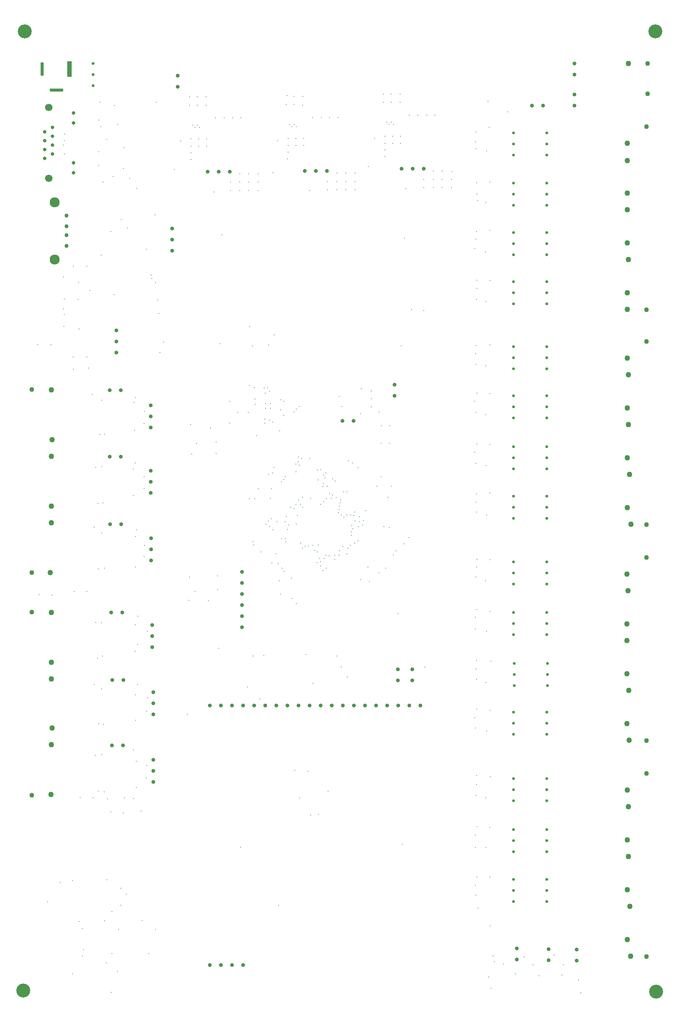
<source format=gbr>
%TF.GenerationSoftware,Altium Limited,Altium Designer,19.1.5 (86)*%
G04 Layer_Color=0*
%FSLAX26Y26*%
%MOIN*%
%TF.FileFunction,Plated,1,6,PTH,Drill*%
%TF.Part,Single*%
G01*
G75*
%TA.AperFunction,ComponentDrill*%
%ADD157C,0.025000*%
%ADD158C,0.035433*%
%ADD159C,0.035433*%
%ADD160C,0.090551*%
%ADD161C,0.036221*%
%ADD162C,0.043307*%
%ADD163R,0.120079X0.029921*%
%ADD164R,0.029921X0.120079*%
%ADD165R,0.039764X0.140157*%
%ADD166C,0.031496*%
%ADD167C,0.066929*%
%TA.AperFunction,OtherDrill,Pad Free-1 (1145mil,835mil)*%
%ADD168C,0.125984*%
%TA.AperFunction,OtherDrill,Pad Free-1 (6855mil,825mil)*%
%ADD169C,0.125984*%
%TA.AperFunction,OtherDrill,Pad Free-1 (6850mil,9495mil)*%
%ADD170C,0.125984*%
%TA.AperFunction,OtherDrill,Pad Free-1 (1160mil,9495mil)*%
%ADD171C,0.125984*%
%TA.AperFunction,ViaDrill,NotFilled*%
%ADD172C,0.010000*%
%ADD173C,0.007874*%
%ADD174C,0.050000*%
D157*
X1775000Y9205000D02*
D03*
Y9105000D02*
D03*
Y9005000D02*
D03*
X5570000Y1840000D02*
D03*
Y1740000D02*
D03*
Y1640000D02*
D03*
X5870000Y1840000D02*
D03*
Y1740000D02*
D03*
Y1640000D02*
D03*
X5570000Y2290000D02*
D03*
Y2190000D02*
D03*
Y2090000D02*
D03*
X5870000Y2290000D02*
D03*
Y2190000D02*
D03*
Y2090000D02*
D03*
X5570000Y2750000D02*
D03*
Y2650000D02*
D03*
Y2550000D02*
D03*
X5870000Y2750000D02*
D03*
Y2650000D02*
D03*
Y2550000D02*
D03*
X5570000Y3350000D02*
D03*
Y3250000D02*
D03*
Y3150000D02*
D03*
X5870000Y3350000D02*
D03*
Y3250000D02*
D03*
Y3150000D02*
D03*
X5575000Y3790000D02*
D03*
Y3690000D02*
D03*
Y3590000D02*
D03*
X5875000Y3790000D02*
D03*
Y3690000D02*
D03*
Y3590000D02*
D03*
X5570000Y4250000D02*
D03*
Y4150000D02*
D03*
Y4050000D02*
D03*
X5870000Y4250000D02*
D03*
Y4150000D02*
D03*
Y4050000D02*
D03*
X5570000Y4705000D02*
D03*
Y4605000D02*
D03*
Y4505000D02*
D03*
X5870000Y4705000D02*
D03*
Y4605000D02*
D03*
Y4505000D02*
D03*
X5570000Y5300000D02*
D03*
Y5200000D02*
D03*
Y5100000D02*
D03*
X5870000Y5300000D02*
D03*
Y5200000D02*
D03*
Y5100000D02*
D03*
X5570000Y5745000D02*
D03*
Y5645000D02*
D03*
Y5545000D02*
D03*
X5870000Y5745000D02*
D03*
Y5645000D02*
D03*
Y5545000D02*
D03*
X5570000Y6205000D02*
D03*
Y6105000D02*
D03*
Y6005000D02*
D03*
X5870000Y6205000D02*
D03*
Y6105000D02*
D03*
Y6005000D02*
D03*
X5570000Y6650000D02*
D03*
Y6550000D02*
D03*
Y6450000D02*
D03*
X5870000Y6650000D02*
D03*
Y6550000D02*
D03*
Y6450000D02*
D03*
X5570000Y7235000D02*
D03*
Y7135000D02*
D03*
Y7035000D02*
D03*
X5870000Y7235000D02*
D03*
Y7135000D02*
D03*
Y7035000D02*
D03*
X5570000Y7680000D02*
D03*
Y7580000D02*
D03*
Y7480000D02*
D03*
X5870000Y7680000D02*
D03*
Y7580000D02*
D03*
Y7480000D02*
D03*
X5570000Y8125000D02*
D03*
Y8025000D02*
D03*
Y7925000D02*
D03*
X5870000Y8125000D02*
D03*
Y8025000D02*
D03*
Y7925000D02*
D03*
X5570000Y8580000D02*
D03*
Y8480000D02*
D03*
Y8380000D02*
D03*
X5870000Y8580000D02*
D03*
Y8480000D02*
D03*
Y8380000D02*
D03*
D158*
X5835000Y8825000D02*
D03*
X5735000D02*
D03*
X2810000Y8230000D02*
D03*
X2910000D02*
D03*
X3010000D02*
D03*
X3685000Y8235000D02*
D03*
X3785000D02*
D03*
X3885000D02*
D03*
X4560000Y8253780D02*
D03*
X4660000D02*
D03*
X4760000D02*
D03*
X4025000Y5980000D02*
D03*
X4125000D02*
D03*
X2830000Y3410000D02*
D03*
X2930000D02*
D03*
X3030000D02*
D03*
X3130000D02*
D03*
X3230000D02*
D03*
X3330000D02*
D03*
X3430000D02*
D03*
X3530000D02*
D03*
X3630000D02*
D03*
X3730000D02*
D03*
X3830000D02*
D03*
X3930000D02*
D03*
X4030000D02*
D03*
X4130000D02*
D03*
X4230000D02*
D03*
X4330000D02*
D03*
X4430000D02*
D03*
X4530000D02*
D03*
X4630000D02*
D03*
X4730000D02*
D03*
X3130000Y1065000D02*
D03*
X3030000D02*
D03*
X2930000D02*
D03*
X2830000D02*
D03*
X1945000Y3050000D02*
D03*
X2045000D02*
D03*
X1950000Y3640000D02*
D03*
X2050000D02*
D03*
X1940000Y4250000D02*
D03*
X2040000D02*
D03*
X1930000Y5045000D02*
D03*
X2030000D02*
D03*
X1925000Y5655000D02*
D03*
X2025000D02*
D03*
X1925000Y6255000D02*
D03*
X2025000D02*
D03*
D159*
X2490000Y7515000D02*
D03*
Y7615000D02*
D03*
Y7715000D02*
D03*
X4495000Y6205000D02*
D03*
Y6305000D02*
D03*
X1985000Y6595000D02*
D03*
Y6695000D02*
D03*
Y6795000D02*
D03*
X2320000Y2720000D02*
D03*
Y2820000D02*
D03*
Y2920000D02*
D03*
Y3330000D02*
D03*
Y3430000D02*
D03*
Y3530000D02*
D03*
X2310000Y3935000D02*
D03*
Y4035000D02*
D03*
Y4135000D02*
D03*
X2300000Y4720000D02*
D03*
Y4820000D02*
D03*
Y4920000D02*
D03*
X2295000Y5330000D02*
D03*
Y5430000D02*
D03*
Y5530000D02*
D03*
Y5920000D02*
D03*
Y6020000D02*
D03*
Y6120000D02*
D03*
X4655000Y3635000D02*
D03*
Y3735000D02*
D03*
X4525000Y3635000D02*
D03*
Y3735000D02*
D03*
X6120000Y9205000D02*
D03*
Y9105000D02*
D03*
X2540000Y8995000D02*
D03*
Y9095000D02*
D03*
X6120000Y8925000D02*
D03*
Y8825000D02*
D03*
X3120000Y4115000D02*
D03*
Y4215000D02*
D03*
Y4315000D02*
D03*
Y4415000D02*
D03*
Y4515000D02*
D03*
Y4615000D02*
D03*
X6140000Y1105000D02*
D03*
Y1205000D02*
D03*
X5885000Y1110000D02*
D03*
Y1210000D02*
D03*
X5600000Y1115000D02*
D03*
Y1215000D02*
D03*
D160*
X1428347Y7436339D02*
D03*
Y7953661D02*
D03*
D161*
X1535039Y7557205D02*
D03*
Y7655630D02*
D03*
Y7734370D02*
D03*
Y7832795D02*
D03*
D162*
X1223976Y2600000D02*
D03*
Y4251575D02*
D03*
X6771024Y2795000D02*
D03*
Y1143425D02*
D03*
X6770000Y4745000D02*
D03*
Y3093425D02*
D03*
X1223976Y4610000D02*
D03*
Y6261575D02*
D03*
X6771024Y6695000D02*
D03*
Y5043425D02*
D03*
X6780000Y9205000D02*
D03*
Y8931378D02*
D03*
X6771024Y8635000D02*
D03*
Y6983425D02*
D03*
D163*
X1444921Y8966024D02*
D03*
D164*
X1316968Y9155000D02*
D03*
D165*
X1563032D02*
D03*
D166*
X1339921Y8349213D02*
D03*
X1410000Y8630315D02*
D03*
Y8389370D02*
D03*
X1339921Y8590157D02*
D03*
Y8429528D02*
D03*
X1410000Y8550000D02*
D03*
Y8469685D02*
D03*
X1339921Y8509843D02*
D03*
X1599764Y8759843D02*
D03*
Y8219685D02*
D03*
Y8669685D02*
D03*
Y8309843D02*
D03*
D167*
X1374961Y8169882D02*
D03*
Y8809646D02*
D03*
D168*
X1145000Y835000D02*
D03*
D169*
X6855000Y825000D02*
D03*
D170*
X6850000Y9495000D02*
D03*
D171*
X1160000D02*
D03*
D172*
X4415000Y4650000D02*
D03*
X4065000Y4780000D02*
D03*
X4470000Y5390000D02*
D03*
X4335000D02*
D03*
X4115000Y5600000D02*
D03*
X4080000Y5620000D02*
D03*
X3395000Y5510000D02*
D03*
X3360000Y5495000D02*
D03*
X3235000Y5275000D02*
D03*
X3185000D02*
D03*
X3290000Y4795000D02*
D03*
X3220000Y4890000D02*
D03*
X3445000Y4690000D02*
D03*
X3500000Y4620000D02*
D03*
X3565000Y4560000D02*
D03*
X3880000Y4650000D02*
D03*
X3850000Y4630000D02*
D03*
X3510000Y5475000D02*
D03*
X3495000Y5450000D02*
D03*
X3475000Y5430000D02*
D03*
X3465000Y4415000D02*
D03*
X4400000Y5025000D02*
D03*
X3935000Y5455000D02*
D03*
X3875000Y5510000D02*
D03*
X3830000Y5540000D02*
D03*
X3855000Y5490000D02*
D03*
X3800000Y5535000D02*
D03*
X3870000Y5465000D02*
D03*
X4010000Y5266000D02*
D03*
X4035000Y5340000D02*
D03*
X4065000D02*
D03*
X4005000Y5240000D02*
D03*
X3909231Y5321000D02*
D03*
X3960000Y5435000D02*
D03*
X4000000Y5210000D02*
D03*
X3995000Y5180000D02*
D03*
X3990000Y5150000D02*
D03*
X4015000Y5130000D02*
D03*
X4065000D02*
D03*
X3970000Y5285000D02*
D03*
X4235000Y5170000D02*
D03*
X4120000Y5003846D02*
D03*
X4105000Y4975000D02*
D03*
Y4945000D02*
D03*
X4030000Y4845000D02*
D03*
X4000000Y4805000D02*
D03*
X3995000Y4765000D02*
D03*
X3360000Y5075000D02*
D03*
X3385000Y5095000D02*
D03*
Y5365000D02*
D03*
X3605000Y5225000D02*
D03*
X3650000D02*
D03*
X3557000Y5198000D02*
D03*
X3635000Y5580000D02*
D03*
X3605000Y5520000D02*
D03*
X3660000Y5640000D02*
D03*
X3605000Y5590000D02*
D03*
X3625000Y5610000D02*
D03*
X3630971Y5651000D02*
D03*
X4095000Y4855000D02*
D03*
X4075000Y4830000D02*
D03*
X3955000Y4765000D02*
D03*
Y4730000D02*
D03*
X3905000Y4760000D02*
D03*
X3875000Y4765000D02*
D03*
X3830000Y4708000D02*
D03*
X4165000Y4895000D02*
D03*
X4135000Y4875000D02*
D03*
X4449747Y5014746D02*
D03*
X3935000Y5309000D02*
D03*
X3730000Y5640000D02*
D03*
X3375000Y5280000D02*
D03*
X3225000Y4860000D02*
D03*
X3370000Y5025000D02*
D03*
X3335000Y5045000D02*
D03*
X3397884Y4995357D02*
D03*
X3510000Y4915000D02*
D03*
X3475000D02*
D03*
X3512559Y4885000D02*
D03*
X3425000Y4780000D02*
D03*
X3480000Y4650000D02*
D03*
X4450000Y5775000D02*
D03*
Y5935000D02*
D03*
X4375000D02*
D03*
Y5775000D02*
D03*
X1940000Y820000D02*
D03*
X1650000Y1460000D02*
D03*
X1945000Y1550000D02*
D03*
X1680000Y1395000D02*
D03*
X3450000Y1605000D02*
D03*
X4485472Y8655000D02*
D03*
X4465472Y8675000D02*
D03*
X4445472Y8655000D02*
D03*
X4425472Y8675000D02*
D03*
X4785000Y8740000D02*
D03*
X3910000Y8720000D02*
D03*
X3550000Y8655000D02*
D03*
X3570000Y8635000D02*
D03*
X3590000Y8655000D02*
D03*
X3610000Y8635000D02*
D03*
X3035000Y8715000D02*
D03*
X2735000Y8630000D02*
D03*
X2715000Y8650000D02*
D03*
X2695000Y8630000D02*
D03*
X1775000Y2575000D02*
D03*
X1880000Y1465000D02*
D03*
X3665000Y5200000D02*
D03*
X3330000Y6230000D02*
D03*
X3365000Y6245000D02*
D03*
X1800000Y5560000D02*
D03*
X2270000Y3480000D02*
D03*
X1405000Y4405000D02*
D03*
X4257500Y4660000D02*
D03*
X3695000Y3870000D02*
D03*
X5345000Y960000D02*
D03*
X1815000Y3835000D02*
D03*
X2170000Y8080000D02*
D03*
X2105000Y8165000D02*
D03*
X1395000Y6665000D02*
D03*
X1275000Y6670000D02*
D03*
X1290000Y4410000D02*
D03*
X4650000Y6985000D02*
D03*
X4760000Y6975000D02*
D03*
X2835000Y5915000D02*
D03*
X2655000Y5945000D02*
D03*
X2815000Y4355000D02*
D03*
X2640000Y4360000D02*
D03*
X3640000Y2575000D02*
D03*
X3595000Y2825000D02*
D03*
X2210000Y2455000D02*
D03*
X2140000Y2570000D02*
D03*
X1660000Y2580000D02*
D03*
X1600000Y6445000D02*
D03*
X1735000Y6455000D02*
D03*
X3360000Y6665000D02*
D03*
X3410000Y6755000D02*
D03*
X2885000Y5790000D02*
D03*
X2710000Y5775000D02*
D03*
X2900000Y4455000D02*
D03*
X2695000Y4440000D02*
D03*
X3170000Y3575000D02*
D03*
X3220000Y3855000D02*
D03*
X3760000Y3610000D02*
D03*
X3810000Y2425000D02*
D03*
X3895000Y2635000D02*
D03*
X1935000Y2450000D02*
D03*
X1905000Y2565000D02*
D03*
X3215000Y6655000D02*
D03*
X3190000Y6830000D02*
D03*
X2665000Y5680000D02*
D03*
X2885000Y5685000D02*
D03*
X2900000Y4580000D02*
D03*
X2645000Y4570000D02*
D03*
X3315000Y3860000D02*
D03*
X3280000Y3470000D02*
D03*
X3740000Y2420000D02*
D03*
X3715000Y2815000D02*
D03*
X2050000Y2440000D02*
D03*
X2060000Y2575000D02*
D03*
X1605000Y4440000D02*
D03*
X1720000D02*
D03*
X1595000Y6555000D02*
D03*
X1720000D02*
D03*
Y7375000D02*
D03*
X1600000D02*
D03*
X4585000Y7630000D02*
D03*
X2940000Y7660000D02*
D03*
X4555000Y6655000D02*
D03*
X2920000Y6675000D02*
D03*
X2910000Y3925000D02*
D03*
X4525000Y4240000D02*
D03*
X4565000Y2155000D02*
D03*
X3105000Y2130000D02*
D03*
X2280000Y1170000D02*
D03*
X1945000D02*
D03*
X3975000Y3855000D02*
D03*
X3460000Y5890000D02*
D03*
X4285000Y6180000D02*
D03*
X4195000Y6270000D02*
D03*
X3410000Y5560000D02*
D03*
X3390000Y4695000D02*
D03*
X4165000Y5555000D02*
D03*
X4135000Y5155000D02*
D03*
X4100000Y5130000D02*
D03*
X4180000Y5115000D02*
D03*
X1800000Y4160000D02*
D03*
X1795000Y2960000D02*
D03*
X2235000Y5955000D02*
D03*
X2240000Y6065000D02*
D03*
X2160000Y6190000D02*
D03*
X1770000Y6215000D02*
D03*
X1880000Y5860000D02*
D03*
X2235000Y5370000D02*
D03*
Y5475000D02*
D03*
X2155000Y5600000D02*
D03*
X1865000Y5240000D02*
D03*
X1785000Y5020000D02*
D03*
X2165000Y4995000D02*
D03*
X2240000Y4855000D02*
D03*
X2235000Y4755000D02*
D03*
X1880000Y4650000D02*
D03*
X2175000Y3960000D02*
D03*
X2265000Y4080000D02*
D03*
X2180000Y4215000D02*
D03*
X1860000Y3855000D02*
D03*
X2260000Y3355000D02*
D03*
X2175000Y3600000D02*
D03*
X1785000D02*
D03*
X1870000Y3240000D02*
D03*
X2255000Y2755000D02*
D03*
X2260000Y2865000D02*
D03*
X2140000Y3010000D02*
D03*
X1875000Y2630000D02*
D03*
X2055000Y8445000D02*
D03*
X2085000Y7720000D02*
D03*
X1965000Y7120000D02*
D03*
X4355000Y6060000D02*
D03*
X3185000Y6300000D02*
D03*
X2075000Y1705000D02*
D03*
X1690000Y1205000D02*
D03*
X1895000Y1085000D02*
D03*
X2220000Y1470000D02*
D03*
X1900000Y1835000D02*
D03*
X1590000Y1830000D02*
D03*
X6005000Y975000D02*
D03*
X5800000Y970000D02*
D03*
X5585000Y985000D02*
D03*
X5355000Y1860000D02*
D03*
X5320000Y2125000D02*
D03*
X5355000Y2310000D02*
D03*
X5320000Y2575000D02*
D03*
X5360000Y2765000D02*
D03*
X5325000Y3180000D02*
D03*
X5360000Y3365000D02*
D03*
X5320000Y3615000D02*
D03*
X5365000Y3810000D02*
D03*
X5325000Y4080000D02*
D03*
X5360000Y4260000D02*
D03*
X5315000Y4535000D02*
D03*
X5355000Y4725000D02*
D03*
X5325000Y5130000D02*
D03*
X5355000Y5330000D02*
D03*
X5320000Y5575000D02*
D03*
X5355000Y5765000D02*
D03*
X5315000Y6035000D02*
D03*
X5355000Y6225000D02*
D03*
X5320000Y6475000D02*
D03*
X5355000Y6665000D02*
D03*
X5320000Y7055000D02*
D03*
X5355000Y7245000D02*
D03*
X5315000Y7505000D02*
D03*
X5355000Y7700000D02*
D03*
X5320000Y7950000D02*
D03*
X5355000Y8135000D02*
D03*
X5325000Y8415000D02*
D03*
X5350000Y8630000D02*
D03*
X5250000Y1580000D02*
D03*
X5935000Y1155000D02*
D03*
X5665000Y1140000D02*
D03*
X5385000Y1150000D02*
D03*
X4545000Y8930000D02*
D03*
X4465000D02*
D03*
X4395000D02*
D03*
Y8855000D02*
D03*
X4465000D02*
D03*
X4545000D02*
D03*
X4630000Y8740000D02*
D03*
X4705000D02*
D03*
X4860000D02*
D03*
X4410000Y8365000D02*
D03*
Y8425000D02*
D03*
Y8485000D02*
D03*
X4480000D02*
D03*
X4550000D02*
D03*
Y8550000D02*
D03*
X4480000D02*
D03*
X4410000D02*
D03*
X4315000Y8530000D02*
D03*
X4260000Y8275000D02*
D03*
X3400000Y8220000D02*
D03*
X3755000Y8720000D02*
D03*
X3835000D02*
D03*
X3985000D02*
D03*
X3605000Y8530000D02*
D03*
X3675000D02*
D03*
Y8465000D02*
D03*
X3535000Y8405000D02*
D03*
X3530000Y8345000D02*
D03*
X3535000Y8465000D02*
D03*
X3605000D02*
D03*
X3535000Y8530000D02*
D03*
X3440000Y8510000D02*
D03*
X3665000Y8830000D02*
D03*
X3525000Y8915000D02*
D03*
X3520000Y8835000D02*
D03*
X3590000D02*
D03*
X3670000Y8910000D02*
D03*
X3590000D02*
D03*
X2795000Y8830000D02*
D03*
X2715000D02*
D03*
X2645000D02*
D03*
X2795000Y8905000D02*
D03*
X2715000D02*
D03*
X2645000D02*
D03*
X2660000Y8460000D02*
D03*
X2730000D02*
D03*
X2800000D02*
D03*
X2660000Y8525000D02*
D03*
X2730000D02*
D03*
X2800000D02*
D03*
X2660000Y8400000D02*
D03*
Y8340000D02*
D03*
X2510000Y8250000D02*
D03*
X2675000Y8650000D02*
D03*
X2565000Y8505000D02*
D03*
X3110000Y8715000D02*
D03*
X2960000D02*
D03*
X2880000D02*
D03*
X3015000Y8135000D02*
D03*
Y8060000D02*
D03*
X3100000D02*
D03*
Y8135000D02*
D03*
Y8210000D02*
D03*
X3180000Y8135000D02*
D03*
X3265000D02*
D03*
X3180000Y8060000D02*
D03*
X3265000D02*
D03*
X3180000Y8210000D02*
D03*
X3265000D02*
D03*
Y5365000D02*
D03*
X3250000Y5845000D02*
D03*
X2027795Y7795000D02*
D03*
X2255000Y7530000D02*
D03*
X5015000Y8230000D02*
D03*
X1513720Y6833721D02*
D03*
X1510610Y7279390D02*
D03*
X2340000Y7225000D02*
D03*
X2305000Y7265000D02*
D03*
X2300000Y7295000D02*
D03*
X1821890Y2636890D02*
D03*
X1853780Y2963780D02*
D03*
X2165000Y2905000D02*
D03*
Y2670000D02*
D03*
X2160000Y3505000D02*
D03*
Y3275000D02*
D03*
X1853780Y3558780D02*
D03*
X1825000Y3245000D02*
D03*
X1853780Y4153780D02*
D03*
X2155000Y3900000D02*
D03*
Y4140000D02*
D03*
X2160000Y4935000D02*
D03*
X2159488Y4659488D02*
D03*
X1853780Y4963780D02*
D03*
Y5566220D02*
D03*
Y6166220D02*
D03*
X1821890Y4641890D02*
D03*
X1818780Y5231221D02*
D03*
X2140000Y5305000D02*
D03*
Y5545000D02*
D03*
X1680000Y1150000D02*
D03*
X2025000Y1605000D02*
D03*
X5240000Y1860000D02*
D03*
Y2315000D02*
D03*
X5235000Y2775000D02*
D03*
Y3375000D02*
D03*
Y3815000D02*
D03*
X5240000Y4275000D02*
D03*
Y4730000D02*
D03*
X5235000Y5320000D02*
D03*
X5240000Y5770000D02*
D03*
Y6230000D02*
D03*
X5230000Y6660000D02*
D03*
X5240000Y7250000D02*
D03*
X5235000Y7690000D02*
D03*
Y8130000D02*
D03*
X5230000Y8585000D02*
D03*
X6020000Y1070000D02*
D03*
X5745000D02*
D03*
X5480000Y1075000D02*
D03*
X4770000Y3755000D02*
D03*
X1995000Y8655000D02*
D03*
X1900000Y8520000D02*
D03*
X3320000Y6275000D02*
D03*
X3350000Y6280000D02*
D03*
X2335000Y7840000D02*
D03*
X2410000Y6690000D02*
D03*
X2380000Y6595000D02*
D03*
X2370000Y6950000D02*
D03*
X2360000Y7070000D02*
D03*
X4510000Y4805000D02*
D03*
X4140000Y5075000D02*
D03*
X4108760Y5035529D02*
D03*
X4435000Y5290000D02*
D03*
X3890000Y5390000D02*
D03*
X4375000Y5475000D02*
D03*
X4355000Y4610000D02*
D03*
X4190000Y4545000D02*
D03*
X4015000Y3755000D02*
D03*
X4270000Y4530000D02*
D03*
X4170000Y5020811D02*
D03*
X4180000Y5070000D02*
D03*
X4130000Y5125000D02*
D03*
X4040000Y5110000D02*
D03*
X3820000Y4735000D02*
D03*
X3795000Y4700000D02*
D03*
X3470000Y6170000D02*
D03*
X3495000Y6030000D02*
D03*
X3830000Y5225000D02*
D03*
X3665000Y5290000D02*
D03*
X3630000Y5265000D02*
D03*
X3860000Y4735000D02*
D03*
X3740000Y5280000D02*
D03*
X4215000Y5080000D02*
D03*
X3325000Y5960000D02*
D03*
X3855000Y5250000D02*
D03*
X3880000Y5275000D02*
D03*
X3635000Y6110000D02*
D03*
X3610000Y6085000D02*
D03*
X3590000Y6060000D02*
D03*
X3470000Y6080000D02*
D03*
X3775000Y4810000D02*
D03*
X3365000Y5985000D02*
D03*
X3510000Y5070000D02*
D03*
X3810000Y4860000D02*
D03*
X3540000Y5040000D02*
D03*
X3690000Y4845000D02*
D03*
X3720000Y4850000D02*
D03*
X3760000Y4855000D02*
D03*
X3800000Y4795000D02*
D03*
X4205000Y5040000D02*
D03*
X3830000Y4670000D02*
D03*
X3995000Y6200000D02*
D03*
X4285000Y6250000D02*
D03*
X3665000Y4830000D02*
D03*
X3590000Y5190000D02*
D03*
X3650000Y4875000D02*
D03*
X3620000Y5125000D02*
D03*
X3610000Y5045000D02*
D03*
X3530000Y5000000D02*
D03*
X3925000Y5280000D02*
D03*
X3805000Y5445000D02*
D03*
X1480000Y1810000D02*
D03*
X2625000Y3330000D02*
D03*
X3435000Y5070000D02*
D03*
X3518883Y5115000D02*
D03*
X3850000Y5385000D02*
D03*
X3855000Y5415000D02*
D03*
X4760000Y8160000D02*
D03*
Y8085000D02*
D03*
X4845000D02*
D03*
Y8160000D02*
D03*
Y8235000D02*
D03*
X4925000Y8160000D02*
D03*
X5010000D02*
D03*
X4925000Y8085000D02*
D03*
X5010000D02*
D03*
X4925000Y8235000D02*
D03*
X4140000Y8215000D02*
D03*
X4055000D02*
D03*
X4140000Y8065000D02*
D03*
X4055000D02*
D03*
X4140000Y8140000D02*
D03*
X4055000D02*
D03*
X3975000Y8215000D02*
D03*
Y8140000D02*
D03*
Y8065000D02*
D03*
X3890000D02*
D03*
Y8140000D02*
D03*
X5225000Y8500000D02*
D03*
X2345000Y8855000D02*
D03*
X5515000Y8770000D02*
D03*
X5340000Y8865000D02*
D03*
X4070000Y3665000D02*
D03*
X2025000Y1760000D02*
D03*
X2340000Y1390000D02*
D03*
X2005000D02*
D03*
X1995000Y1010000D02*
D03*
X1590000Y985000D02*
D03*
X1365000Y1635000D02*
D03*
X6155000Y930000D02*
D03*
X5365000Y855000D02*
D03*
X6175000Y815000D02*
D03*
X5360000Y1420000D02*
D03*
X5395000Y1095000D02*
D03*
X5225000Y1785000D02*
D03*
X5230000Y1695000D02*
D03*
X5225000Y2240000D02*
D03*
Y2125000D02*
D03*
X5235000Y2695000D02*
D03*
X5230000Y2595000D02*
D03*
X5220000Y3300000D02*
D03*
X5225000Y3205000D02*
D03*
X5230000Y3740000D02*
D03*
X5235000Y3645000D02*
D03*
X5225000Y4205000D02*
D03*
Y4100000D02*
D03*
X5230000Y4570000D02*
D03*
X5235000Y4660000D02*
D03*
X5230000Y5245000D02*
D03*
X5235000Y5155000D02*
D03*
X5220000Y5695000D02*
D03*
X5230000Y5595000D02*
D03*
X5220000Y6155000D02*
D03*
X5230000Y6055000D02*
D03*
X5225000Y6585000D02*
D03*
X5230000Y6490000D02*
D03*
X5240000Y7175000D02*
D03*
X5235000Y7075000D02*
D03*
X5220000Y7535000D02*
D03*
X5230000Y7620000D02*
D03*
X5240000Y8030000D02*
D03*
X5245000Y7970000D02*
D03*
X5230000Y8435000D02*
D03*
X1835000Y5855000D02*
D03*
X2145000Y6145000D02*
D03*
X2150000Y5895000D02*
D03*
X1645000Y7230000D02*
D03*
X1515000Y6940000D02*
D03*
Y7080000D02*
D03*
X1510000Y6990000D02*
D03*
X1650000Y6810000D02*
D03*
X1640000Y7075000D02*
D03*
X1745000Y7155000D02*
D03*
X1935000Y7690000D02*
D03*
X1850000Y7475000D02*
D03*
X1825000Y8285000D02*
D03*
Y8410000D02*
D03*
Y8695000D02*
D03*
X1840000Y8855000D02*
D03*
X1970000Y8825000D02*
D03*
X1955000Y8185000D02*
D03*
X1865000Y8135000D02*
D03*
X2050000Y8260000D02*
D03*
X1845000Y8635000D02*
D03*
X1520000Y8390000D02*
D03*
X1510000Y8470000D02*
D03*
X1520000Y8570000D02*
D03*
X1515000Y8510000D02*
D03*
X4595000Y8075000D02*
D03*
X3730000Y8060000D02*
D03*
X2865000Y8045000D02*
D03*
X3455000Y4535000D02*
D03*
X4020000Y6110000D02*
D03*
X4285000Y6105000D02*
D03*
X4190000Y6045000D02*
D03*
X3495000Y6155000D02*
D03*
X3235000Y6175000D02*
D03*
X3240000Y6130000D02*
D03*
X3325000Y5995000D02*
D03*
X3395000Y5970000D02*
D03*
X3230000Y6280000D02*
D03*
X3175000Y6055000D02*
D03*
X3009419Y5959419D02*
D03*
X3080000Y6055000D02*
D03*
X3009419Y6155581D02*
D03*
X4580000Y4870000D02*
D03*
X4625000Y4925000D02*
D03*
X4485000Y4770000D02*
D03*
X3610000Y4330000D02*
D03*
X3570000Y4375000D02*
D03*
D173*
X3333150Y6136811D02*
D03*
X3376457D02*
D03*
X3333150Y6093504D02*
D03*
X3376457D02*
D03*
D174*
X1400000Y3055000D02*
D03*
Y3650000D02*
D03*
Y4250000D02*
D03*
Y5060000D02*
D03*
Y5660000D02*
D03*
Y6260000D02*
D03*
X6595000Y1295000D02*
D03*
Y1745000D02*
D03*
Y2195000D02*
D03*
Y2645000D02*
D03*
X6593976Y3245000D02*
D03*
Y3695000D02*
D03*
Y4145000D02*
D03*
Y4595000D02*
D03*
X6595000Y5195000D02*
D03*
Y5645000D02*
D03*
Y6095000D02*
D03*
Y6545000D02*
D03*
Y7135000D02*
D03*
Y7585000D02*
D03*
Y8035000D02*
D03*
Y8485000D02*
D03*
X1395000Y2605000D02*
D03*
X1405000Y3205000D02*
D03*
X1400000Y3800000D02*
D03*
X1390000Y4610000D02*
D03*
X1400000Y5210000D02*
D03*
X1405000Y5810000D02*
D03*
X6625000Y1145000D02*
D03*
X6620000Y1595000D02*
D03*
X6605000Y2045000D02*
D03*
Y2495000D02*
D03*
X6613976Y3095000D02*
D03*
X6608976Y3545000D02*
D03*
X6593976Y3995000D02*
D03*
X6603976Y4445000D02*
D03*
X6630000Y5045000D02*
D03*
X6615000Y5495000D02*
D03*
X6605000Y5945000D02*
D03*
Y6395000D02*
D03*
X6595000Y6985000D02*
D03*
X6605000Y7435000D02*
D03*
X6595000Y7885000D02*
D03*
Y8330000D02*
D03*
X6605000Y9205000D02*
D03*
%TF.MD5,0b9422a09b72a53ab5f7089ba5f0b5c6*%
M02*

</source>
